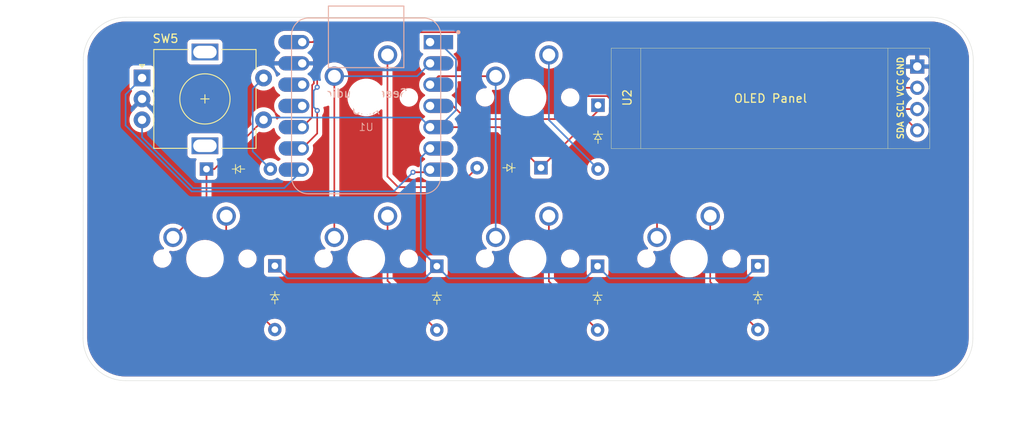
<source format=kicad_pcb>
(kicad_pcb (version 20240108) (generator "pcbnew") (generator_version "8.0")
  (layers (0 "F.Cu" signal) (31 "B.Cu" signal) (34 "B.Paste" user) (35 "F.Paste" user) (36 "B.SilkS" user "B.Silkscreen") (37 "F.SilkS" user "F.Silkscreen") (38 "B.Mask" user) (39 "F.Mask" user) (44 "Edge.Cuts" user))
  (net 0 "")
  (net 1 "GND")
  (net 3 "Row 2")
  (net 4 "Net-(D1-A)")
  (net 5 "Col 1")
  (net 6 "Encoder S2")
  (net 7 "Net-(D5-A)")
  (net 8 "Net-(D6-A)")
  (net 9 "Net-(D7-A)")
  (net 10 "Net-(D8-A)")
  (net 11 "Net-(D9-A)")
  (net 12 "Col 2")
  (net 13 "Col 3")
  (net 14 "Encoder A")
  (net 15 "Encoder B")
  (net 16 "Col 4")
  (net 18 "VCC")
  (net 19 "OLED SDA")
  (net 20 "OLED SCL")
  (footprint "UNNjbvGYPdAWwVqkcbAy:1U-Switch" (layer "F.Cu") (at 105.875 105.875)
    (property "Reference" "SW4")
    (property "Value" "SW_Push_45deg")
    (pad "" np_thru_hole circle (at -5.08 0 48.099) (size 1.7018 1.7018) (drill 1.7018) (layers "F&B.Cu" "*.Mask"))
    (pad "" np_thru_hole circle (at 0 0) (size 3.9878 3.9878) (drill 3.9878) (layers "*.Cu" "*.Mask"))
    (pad "" np_thru_hole circle (at 5.08 0 48.099) (size 1.7018 1.7018) (drill 1.7018) (layers "F&B.Cu" "*.Mask"))
    (pad "1" thru_hole circle (at -3.81 -2.54) (size 2.3 2.3) (drill 1.524) (layers "*.Cu" "B.Mask") (net 13 "Col 3"))
    (pad "2" thru_hole circle (at 2.54 -5.08) (size 2.3 2.3) (drill 1.524) (layers "*.Cu" "B.Mask") (net 9 "Net-(D7-A)"))
  )
  (footprint "UNNjbvGYPdAWwVqkcbAy:1U-Switch" (layer "F.Cu") (at 105.875 125.125)
    (property "Reference" "SW6")
    (property "Value" "SW_Push_45deg")
    (pad "" np_thru_hole circle (at -5.08 0 48.099) (size 1.7018 1.7018) (drill 1.7018) (layers "F&B.Cu" "*.Mask"))
    (pad "" np_thru_hole circle (at 0 0) (size 3.9878 3.9878) (drill 3.9878) (layers "*.Cu" "*.Mask"))
    (pad "" np_thru_hole circle (at 5.08 0 48.099) (size 1.7018 1.7018) (drill 1.7018) (layers "F&B.Cu" "*.Mask"))
    (pad "1" thru_hole circle (at -3.81 -2.54) (size 2.3 2.3) (drill 1.524) (layers "*.Cu" "B.Mask") (net 13 "Col 3"))
    (pad "2" thru_hole circle (at 2.54 -5.08) (size 2.3 2.3) (drill 1.524) (layers "*.Cu" "B.Mask") (net 10 "Net-(D8-A)"))
  )
  (footprint "Rotary_Encoder:RotaryEncoder_Alps_EC11E-Switch_Vertical_H20mm" (layer "F.Cu") (at 59.875 103.55)
    (property "Reference" "SW5" (at 2.8 -4.7 0) (layer "F.SilkS"))
    (property "Value" "RotaryEncoder_Switch")
    (fp_line (start -0.3 -1.6) (end 0.3 -1.6) (stroke (width 0.12)) (layer "F.SilkS"))
    (fp_line (start 0 -1.3) (end -0.3 -1.6) (stroke (width 0.12)) (layer "F.SilkS"))
    (fp_line (start 0.3 -1.6) (end 0 -1.3) (stroke (width 0.12)) (layer "F.SilkS"))
    (fp_line (start 1.4 -3.4) (end 1.4 8.4) (stroke (width 0.12)) (layer "F.SilkS"))
    (fp_line (start 5.5 -3.4) (end 1.4 -3.4) (stroke (width 0.12)) (layer "F.SilkS"))
    (fp_line (start 5.5 8.4) (end 1.4 8.4) (stroke (width 0.12)) (layer "F.SilkS"))
    (fp_line (start 7 2.5) (end 8 2.5) (stroke (width 0.12)) (layer "F.SilkS"))
    (fp_line (start 7.5 2) (end 7.5 3) (stroke (width 0.12)) (layer "F.SilkS"))
    (fp_line (start 9.5 -3.4) (end 13.6 -3.4) (stroke (width 0.12)) (layer "F.SilkS"))
    (fp_line (start 13.6 -3.4) (end 13.6 -1) (stroke (width 0.12)) (layer "F.SilkS"))
    (fp_line (start 13.6 1.2) (end 13.6 3.8) (stroke (width 0.12)) (layer "F.SilkS"))
    (fp_line (start 13.6 6) (end 13.6 8.4) (stroke (width 0.12)) (layer "F.SilkS"))
    (fp_line (start 13.6 8.4) (end 9.5 8.4) (stroke (width 0.12)) (layer "F.SilkS"))
    (fp_circle (center 7.5 2.5) (end 10.5 2.5) (stroke (width 0.12)) (fill none) (layer "F.SilkS"))
    (pad "A" thru_hole rect (at 0 0) (size 2 2) (drill 1) (layers "*.Cu" "*.Mask") (net 14 "Encoder A"))
    (pad "B" thru_hole circle (at 0 5) (size 2 2) (drill 1) (layers "*.Cu" "*.Mask") (net 15 "Encoder B"))
    (pad "C" thru_hole circle (at 0 2.5) (size 2 2) (drill 1) (layers "*.Cu" "*.Mask") (net 1 "GND"))
    (pad "MP" thru_hole rect (at 7.5 -3.1) (size 3.2 2) (drill oval 2.8 1.5) (layers "*.Cu" "*.Mask"))
    (pad "MP" thru_hole rect (at 7.5 8.1) (size 3.2 2) (drill oval 2.8 1.5) (layers "*.Cu" "*.Mask"))
    (pad "S1" thru_hole circle (at 14.5 5) (size 2 2) (drill 1) (layers "*.Cu" "*.Mask") (net 5 "Col 1"))
    (pad "S2" thru_hole circle (at 14.5 0) (size 2 2) (drill 1) (layers "*.Cu" "*.Mask") (net 6 "Encoder S2"))
  )
  (footprint "UNNjbvGYPdAWwVqkcbAy:Diode_DO-35" (layer "F.Cu") (at 67.564 114.427)
    (property "Reference" "D2" (hide yes))
    (property "Value" "D" (hide yes))
    (fp_line (start 3.06 0) (end 3.46 0) (stroke (width 0.1)) (layer "F.SilkS"))
    (fp_line (start 3.46 -0.55) (end 3.46 0.55) (stroke (width 0.1)) (layer "F.SilkS"))
    (fp_line (start 3.46 0) (end 4.06 -0.4) (stroke (width 0.1)) (layer "F.SilkS"))
    (fp_line (start 4.06 -0.4) (end 4.06 0.4) (stroke (width 0.1)) (layer "F.SilkS"))
    (fp_line (start 4.06 0) (end 4.56 0) (stroke (width 0.1)) (layer "F.SilkS"))
    (fp_line (start 4.06 0.4) (end 3.46 0) (stroke (width 0.1)) (layer "F.SilkS"))
    (pad "1" thru_hole rect (at 0 0) (size 1.6 1.6) (drill 0.8) (layers "*.Cu" "*.Mask") (net 5 "Col 1"))
    (pad "2" thru_hole oval (at 7.62 0) (size 1.6 1.6) (drill 0.8) (layers "*.Cu" "*.Mask") (net 6 "Encoder S2"))
  )
  (footprint "UNNjbvGYPdAWwVqkcbAy:1U-Switch" (layer "F.Cu") (at 86.625 125.125)
    (property "Reference" "SW3")
    (property "Value" "SW_Push_45deg")
    (pad "" np_thru_hole circle (at -5.08 0 48.099) (size 1.7018 1.7018) (drill 1.7018) (layers "F&B.Cu" "*.Mask"))
    (pad "" np_thru_hole circle (at 0 0) (size 3.9878 3.9878) (drill 3.9878) (layers "*.Cu" "*.Mask"))
    (pad "" np_thru_hole circle (at 5.08 0 48.099) (size 1.7018 1.7018) (drill 1.7018) (layers "F&B.Cu" "*.Mask"))
    (pad "1" thru_hole circle (at -3.81 -2.54) (size 2.3 2.3) (drill 1.524) (layers "*.Cu" "B.Mask") (net 12 "Col 2"))
    (pad "2" thru_hole circle (at 2.54 -5.08) (size 2.3 2.3) (drill 1.524) (layers "*.Cu" "B.Mask") (net 8 "Net-(D6-A)"))
  )
  (footprint "UNNjbvGYPdAWwVqkcbAy:1U-Switch" (layer "F.Cu") (at 67.375 125.125)
    (property "Reference" "SW1")
    (property "Value" "SW_Push_45deg")
    (pad "" np_thru_hole circle (at -5.08 0 48.099) (size 1.7018 1.7018) (drill 1.7018) (layers "F&B.Cu" "*.Mask"))
    (pad "" np_thru_hole circle (at 0 0) (size 3.9878 3.9878) (drill 3.9878) (layers "*.Cu" "*.Mask"))
    (pad "" np_thru_hole circle (at 5.08 0 48.099) (size 1.7018 1.7018) (drill 1.7018) (layers "F&B.Cu" "*.Mask"))
    (pad "1" thru_hole circle (at -3.81 -2.54) (size 2.3 2.3) (drill 1.524) (layers "*.Cu" "B.Mask") (net 5 "Col 1"))
    (pad "2" thru_hole circle (at 2.54 -5.08) (size 2.3 2.3) (drill 1.524) (layers "*.Cu" "B.Mask") (net 4 "Net-(D1-A)"))
  )
  (footprint "UNNjbvGYPdAWwVqkcbAy:Diode_DO-35" (layer "F.Cu") (at 95.0468 126.0348 -90)
    (property "Reference" "D6" (hide yes))
    (property "Value" "D" (hide yes))
    (fp_line (start 4.06 0.4) (end 3.46 0) (stroke (width 0.1)) (layer "F.SilkS"))
    (fp_line (start 3.06 0) (end 3.46 0) (stroke (width 0.1)) (layer "F.SilkS"))
    (fp_line (start 3.46 0) (end 4.06 -0.4) (stroke (width 0.1)) (layer "F.SilkS"))
    (fp_line (start 4.06 0) (end 4.56 0) (stroke (width 0.1)) (layer "F.SilkS"))
    (fp_line (start 4.06 -0.4) (end 4.06 0.4) (stroke (width 0.1)) (layer "F.SilkS"))
    (fp_line (start 3.46 -0.55) (end 3.46 0.55) (stroke (width 0.1)) (layer "F.SilkS"))
    (pad "1" thru_hole rect (at 0 0 270) (size 1.6 1.6) (drill 0.8) (layers "*.Cu" "*.Mask") (net 3 "Row 2"))
    (pad "2" thru_hole oval (at 7.62 0 270) (size 1.6 1.6) (drill 0.8) (layers "*.Cu" "*.Mask") (net 8 "Net-(D6-A)"))
  )
  (footprint "UNNjbvGYPdAWwVqkcbAy:Diode_DO-35" (layer "F.Cu") (at 114.2238 126.0348 -90)
    (property "Reference" "D8" (hide yes))
    (property "Value" "D" (hide yes))
    (fp_line (start 4.06 0.4) (end 3.46 0) (stroke (width 0.1)) (layer "F.SilkS"))
    (fp_line (start 3.06 0) (end 3.46 0) (stroke (width 0.1)) (layer "F.SilkS"))
    (fp_line (start 3.46 0) (end 4.06 -0.4) (stroke (width 0.1)) (layer "F.SilkS"))
    (fp_line (start 4.06 0) (end 4.56 0) (stroke (width 0.1)) (layer "F.SilkS"))
    (fp_line (start 4.06 -0.4) (end 4.06 0.4) (stroke (width 0.1)) (layer "F.SilkS"))
    (fp_line (start 3.46 -0.55) (end 3.46 0.55) (stroke (width 0.1)) (layer "F.SilkS"))
    (pad "1" thru_hole rect (at 0 0 270) (size 1.6 1.6) (drill 0.8) (layers "*.Cu" "*.Mask") (net 3 "Row 2"))
    (pad "2" thru_hole oval (at 7.62 0 270) (size 1.6 1.6) (drill 0.8) (layers "*.Cu" "*.Mask") (net 10 "Net-(D8-A)"))
  )
  (footprint "UNNjbvGYPdAWwVqkcbAy:Diode_DO-35" (layer "F.Cu") (at 133.35 125.984 -90)
    (property "Reference" "D9" (hide yes))
    (property "Value" "D" (hide yes))
    (fp_line (start 4.06 0.4) (end 3.46 0) (stroke (width 0.1)) (layer "F.SilkS"))
    (fp_line (start 3.06 0) (end 3.46 0) (stroke (width 0.1)) (layer "F.SilkS"))
    (fp_line (start 3.46 0) (end 4.06 -0.4) (stroke (width 0.1)) (layer "F.SilkS"))
    (fp_line (start 4.06 0) (end 4.56 0) (stroke (width 0.1)) (layer "F.SilkS"))
    (fp_line (start 4.06 -0.4) (end 4.06 0.4) (stroke (width 0.1)) (layer "F.SilkS"))
    (fp_line (start 3.46 -0.55) (end 3.46 0.55) (stroke (width 0.1)) (layer "F.SilkS"))
    (pad "1" thru_hole rect (at 0 0 270) (size 1.6 1.6) (drill 0.8) (layers "*.Cu" "*.Mask") (net 3 "Row 2"))
    (pad "2" thru_hole oval (at 7.62 0 270) (size 1.6 1.6) (drill 0.8) (layers "*.Cu" "*.Mask") (net 11 "Net-(D9-A)"))
  )
  (footprint "UNNjbvGYPdAWwVqkcbAy:1U-Switch" (layer "F.Cu") (at 86.625 105.875)
    (property "Reference" "SW2")
    (property "Value" "SW_Push_45deg")
    (pad "" np_thru_hole circle (at -5.08 0 48.099) (size 1.7018 1.7018) (drill 1.7018) (layers "F&B.Cu" "*.Mask"))
    (pad "" np_thru_hole circle (at 0 0) (size 3.9878 3.9878) (drill 3.9878) (layers "*.Cu" "*.Mask"))
    (pad "" np_thru_hole circle (at 5.08 0 48.099) (size 1.7018 1.7018) (drill 1.7018) (layers "F&B.Cu" "*.Mask"))
    (pad "1" thru_hole circle (at -3.81 -2.54) (size 2.3 2.3) (drill 1.524) (layers "*.Cu" "B.Mask") (net 12 "Col 2"))
    (pad "2" thru_hole circle (at 2.54 -5.08) (size 2.3 2.3) (drill 1.524) (layers "*.Cu" "B.Mask") (net 7 "Net-(D5-A)"))
  )
  (footprint "UNNjbvGYPdAWwVqkcbAy:Diode_DO-35" (layer "F.Cu") (at 114.2746 106.807 -90)
    (property "Reference" "D7" (hide yes))
    (property "Value" "D" (hide yes))
    (fp_line (start 4.06 0.4) (end 3.46 0) (stroke (width 0.1)) (layer "F.SilkS"))
    (fp_line (start 3.06 0) (end 3.46 0) (stroke (width 0.1)) (layer "F.SilkS"))
    (fp_line (start 3.46 0) (end 4.06 -0.4) (stroke (width 0.1)) (layer "F.SilkS"))
    (fp_line (start 4.06 0) (end 4.56 0) (stroke (width 0.1)) (layer "F.SilkS"))
    (fp_line (start 4.06 -0.4) (end 4.06 0.4) (stroke (width 0.1)) (layer "F.SilkS"))
    (fp_line (start 3.46 -0.55) (end 3.46 0.55) (stroke (width 0.1)) (layer "F.SilkS"))
    (pad "1" thru_hole rect (at 0 0 270) (size 1.6 1.6) (drill 0.8) (layers "*.Cu" "*.Mask") (net 5 "Col 1"))
    (pad "2" thru_hole oval (at 7.62 0 270) (size 1.6 1.6) (drill 0.8) (layers "*.Cu" "*.Mask") (net 9 "Net-(D7-A)"))
  )
  (footprint "UNNjbvGYPdAWwVqkcbAy:Diode_DO-35" (layer "F.Cu") (at 107.4674 114.2746 180)
    (property "Reference" "D5" (hide yes))
    (property "Value" "D" (hide yes))
    (fp_line (start 4.06 0.4) (end 3.46 0) (stroke (width 0.1)) (layer "F.SilkS"))
    (fp_line (start 4.06 0) (end 4.56 0) (stroke (width 0.1)) (layer "F.SilkS"))
    (fp_line (start 4.06 -0.4) (end 4.06 0.4) (stroke (width 0.1)) (layer "F.SilkS"))
    (fp_line (start 3.46 0) (end 4.06 -0.4) (stroke (width 0.1)) (layer "F.SilkS"))
    (fp_line (start 3.46 -0.55) (end 3.46 0.55) (stroke (width 0.1)) (layer "F.SilkS"))
    (fp_line (start 3.06 0) (end 3.46 0) (stroke (width 0.1)) (layer "F.SilkS"))
    (pad "1" thru_hole rect (at 0 0 180) (size 1.6 1.6) (drill 0.8) (layers "*.Cu" "*.Mask") (net 5 "Col 1"))
    (pad "2" thru_hole oval (at 7.62 0 180) (size 1.6 1.6) (drill 0.8) (layers "*.Cu" "*.Mask") (net 7 "Net-(D5-A)"))
  )
  (footprint "UNNjbvGYPdAWwVqkcbAy:1U-Switch" (layer "F.Cu") (at 125.125 125.125)
    (property "Reference" "SW7")
    (property "Value" "SW_Push_45deg")
    (pad "" np_thru_hole circle (at -5.08 0 48.099) (size 1.7018 1.7018) (drill 1.7018) (layers "F&B.Cu" "*.Mask"))
    (pad "" np_thru_hole circle (at 0 0) (size 3.9878 3.9878) (drill 3.9878) (layers "*.Cu" "*.Mask"))
    (pad "" np_thru_hole circle (at 5.08 0 48.099) (size 1.7018 1.7018) (drill 1.7018) (layers "F&B.Cu" "*.Mask"))
    (pad "1" thru_hole circle (at -3.81 -2.54) (size 2.3 2.3) (drill 1.524) (layers "*.Cu" "B.Mask") (net 16 "Col 4"))
    (pad "2" thru_hole circle (at 2.54 -5.08) (size 2.3 2.3) (drill 1.524) (layers "*.Cu" "B.Mask") (net 11 "Net-(D9-A)"))
  )
  (footprint "UNNjbvGYPdAWwVqkcbAy:SSD1306-0.91-OLED-4pin-128x32" (layer "F.Cu") (at 115.865 99.99)
    (property "Reference" "U2" (at 1.9 5.91 90) (layer "F.SilkS"))
    (property "Value" "DM-OLED096-636")
    (fp_line (start 0 0) (end 0 12) (stroke (width 0.04)) (layer "F.SilkS"))
    (fp_line (start 0 12) (end 38 12) (stroke (width 0.04)) (layer "F.SilkS"))
    (fp_line (start 3.5 0) (end 3.5 12) (stroke (width 0.04)) (layer "F.SilkS"))
    (fp_line (start 33 0) (end 33 12) (stroke (width 0.04)) (layer "F.SilkS"))
    (fp_line (start 38 0) (end 0 0) (stroke (width 0.04)) (layer "F.SilkS"))
    (fp_line (start 38 12) (end 38 0) (stroke (width 0.04)) (layer "F.SilkS"))
    (fp_text user "VCC" (at 34.5 4.73 -90) (layer "F.SilkS") (effects (font (size 0.75 0.75))))
    (fp_text user "OLED Panel" (at 19 6 0) (layer "F.SilkS"))
    (fp_text user "GND" (at 34.5 2.19 -90) (layer "F.SilkS") (effects (font (size 0.75 0.75))))
    (fp_text user "SDA" (at 34.5 9.81 -90) (layer "F.SilkS") (effects (font (size 0.75 0.75))))
    (fp_text user "SCL" (at 34.5 7.27 -90) (layer "F.SilkS") (effects (font (size 0.75 0.75))))
    (pad "1" thru_hole rect (at 36.5 2.19) (size 1.7 1.7) (drill 1) (layers "*.Cu" "*.Mask") (net 1 "GND"))
    (pad "2" thru_hole oval (at 36.5 4.73) (size 1.7 1.7) (drill 1) (layers "*.Cu" "*.Mask") (net 18 "VCC"))
    (pad "3" thru_hole oval (at 36.5 7.27) (size 1.7 1.7) (drill 1) (layers "*.Cu" "*.Mask") (net 20 "OLED SCL"))
    (pad "4" thru_hole oval (at 36.5 9.81) (size 1.7 1.7) (drill 1) (layers "*.Cu" "*.Mask") (net 19 "OLED SDA"))
  )
  (footprint "UNNjbvGYPdAWwVqkcbAy:Diode_DO-35" (layer "F.Cu") (at 75.7174 125.984 -90)
    (property "Reference" "D1" (hide yes))
    (property "Value" "D" (hide yes))
    (fp_line (start 4.06 0.4) (end 3.46 0) (stroke (width 0.1)) (layer "F.SilkS"))
    (fp_line (start 3.06 0) (end 3.46 0) (stroke (width 0.1)) (layer "F.SilkS"))
    (fp_line (start 3.46 0) (end 4.06 -0.4) (stroke (width 0.1)) (layer "F.SilkS"))
    (fp_line (start 4.06 0) (end 4.56 0) (stroke (width 0.1)) (layer "F.SilkS"))
    (fp_line (start 4.06 -0.4) (end 4.06 0.4) (stroke (width 0.1)) (layer "F.SilkS"))
    (fp_line (start 3.46 -0.55) (end 3.46 0.55) (stroke (width 0.1)) (layer "F.SilkS"))
    (pad "1" thru_hole rect (at 0 0 270) (size 1.6 1.6) (drill 0.8) (layers "*.Cu" "*.Mask") (net 3 "Row 2"))
    (pad "2" thru_hole oval (at 7.62 0 270) (size 1.6 1.6) (drill 0.8) (layers "*.Cu" "*.Mask") (net 4 "Net-(D1-A)"))
  )
  (footprint "UNNjbvGYPdAWwVqkcbAy:XIAO" (layer "B.Cu") (at 86.609 106.8832 180)
    (property "Reference" "U1" (at 0 -2.54 0) (layer "B.SilkS") (effects (font (size 0.889 0.889) (thickness 0.1016)) (justify mirror)))
    (property "Value" "MOUDLE-SEEEDUINO-XIAO" (hide yes))
    (fp_line (start 8.9 8.5) (end 8.9 -8.5) (stroke (width 0.127)) (layer "B.SilkS"))
    (fp_line (start 6.9 -10.5) (end -6.9 -10.5) (stroke (width 0.127)) (layer "B.SilkS"))
    (fp_line (start 4.5 11.92403) (end -4.5 11.92403) (stroke (width 0.127)) (layer "B.SilkS"))
    (fp_line (start 4.5 4.57073) (end 4.5 11.92403) (stroke (width 0.127)) (layer "B.SilkS"))
    (fp_line (start -4.5 11.92403) (end -4.5 4.57073) (stroke (width 0.127)) (layer "B.SilkS"))
    (fp_line (start -4.5 4.57073) (end 4.5 4.57073) (stroke (width 0.127)) (layer "B.SilkS"))
    (fp_line (start -6.9 10.49909) (end 6.9 10.49909) (stroke (width 0.127)) (layer "B.SilkS"))
    (fp_line (start -8.9 -8.5) (end -8.9 8.5) (stroke (width 0.127)) (layer "B.SilkS"))
    (fp_arc (start 8.9 8.5) (mid 8.301492 9.901492) (end 6.9 10.5) (stroke (width 0.12)) (layer "B.SilkS"))
    (fp_arc (start 6.9 -10.5) (mid 8.314214 -9.914214) (end 8.9 -8.5) (stroke (width 0.12)) (layer "B.SilkS"))
    (fp_arc (start -6.9 10.5) (mid -8.301491 9.901491) (end -8.9 8.5) (stroke (width 0.12)) (layer "B.SilkS"))
    (fp_arc (start -8.9 -8.5) (mid -8.301423 -9.901423) (end -6.9 -10.5) (stroke (width 0.12)) (layer "B.SilkS"))
    (fp_circle (center -11 8.8) (end -11 9.054) (fill solid) (layer "B.SilkS"))
    (fp_poly (pts (xy -8.887715 8.561705) (xy -8.884667 8.610473) (xy -8.880603 8.659494)) (stroke (width 0.0254)) (fill none) (layer "B.SilkS"))
    (fp_poly (pts (xy 8.889492 -8.521574) (xy 8.887713 -8.57085) (xy 8.884665 -8.619618) (xy 8.880601 -8.668639) (xy 8.875268 -8.717407) (xy 8.868664 -8.766175) (xy 8.861044 -8.81469) (xy 8.852153 -8.86295) (xy 8.842248 -8.910955)) (stroke (width 0.0254)) (fill none) (layer "B.SilkS"))
    (fp_text user "Seeed Studio" (at 0 1.5 0) (layer "B.SilkS") (effects (justify mirror)))
    (fp_text user "XIAO" (at 0 -0.5 0) (layer "B.SilkS") (effects (justify mirror)))
    (pad "1" thru_hole rect (at -7.625 7.62 180) (size 3.5 1.7) (drill 1 (offset -1 0)) (layers "*.Cu" "*.Mask") (net 5 "Col 1"))
    (pad "2" thru_hole oval (at -7.625 5.08 180) (size 3.6 1.7) (drill 1 (offset -1 0)) (layers "*.Cu" "*.Mask") (net 12 "Col 2"))
    (pad "3" thru_hole oval (at -7.625 2.54 180) (size 3.6 1.7) (drill 1 (offset -1 0)) (layers "*.Cu" "*.Mask") (net 13 "Col 3"))
    (pad "4" thru_hole oval (at -7.625 0 180) (size 3.6 1.7) (drill 1 (offset -1 0)) (layers "*.Cu" "*.Mask") (net 16 "Col 4"))
    (pad "5" thru_hole oval (at -7.625 -2.54 180) (size 3.6 1.7) (drill 1 (offset -1 0)) (layers "*.Cu" "*.Mask") (net 5 "Col 1"))
    (pad "6" thru_hole oval (at -7.625 -5.08) (size 3.6 1.7) (drill 1 (offset 1 0)) (layers "*.Cu" "*.Mask") (net 3 "Row 2"))
    (pad "7" thru_hole oval (at -7.625 -7.62 180) (size 3.6 1.7) (drill 1 (offset -1 0)) (layers "*.Cu" "*.Mask") (net 14 "Encoder A"))
    (pad "8" thru_hole oval (at 7.625 -7.62 180) (size 3.6 1.7) (drill 1 (offset 1 0)) (layers "*.Cu" "*.Mask") (net 15 "Encoder B"))
    (pad "9" thru_hole oval (at 7.625 -5.08 180) (size 3.6 1.7) (drill 1 (offset 1 0)) (layers "*.Cu" "*.Mask") (net 19 "OLED SDA"))
    (pad "10" thru_hole oval (at 7.625 -2.54 180) (size 3.6 1.7) (drill 1 (offset 1 0)) (layers "*.Cu" "*.Mask") (net 20 "OLED SCL"))
    (pad "11" thru_hole oval (at 7.625 0 180) (size 3.7 1.7) (drill 1 (offset 1 0)) (layers "*.Cu" "*.Mask"))
    (pad "12" thru_hole oval (at 7.625 2.54 180) (size 3.7 1.7) (drill 1 (offset 1 0)) (layers "*.Cu" "*.Mask"))
    (pad "13" thru_hole oval (at 7.625 5.08 180) (size 3.7 1.7) (drill 1 (offset 1 0)) (layers "*.Cu" "*.Mask") (net 1 "GND"))
    (pad "14" thru_hole oval (at 7.625 7.62 180) (size 3.7 1.7) (drill 1 (offset 1 0)) (layers "*.Cu" "*.Mask") (net 18 "VCC"))
  )
  (gr_line (start 57.948102 96.302102) (end 153.960102 96.302102) (stroke (width 0.05)) (layer "Edge.Cuts"))
  (gr_line (start 159.040102 101.382102) (end 159.004 134.62) (stroke (width 0.05)) (layer "Edge.Cuts"))
  (gr_line (start 52.832 134.62) (end 52.868102 101.382102) (stroke (width 0.05)) (layer "Edge.Cuts"))
  (gr_arc (start 159.004 134.62) (mid 157.516102 138.212102) (end 153.924 139.7) (stroke (width 0.05)) (layer "Edge.Cuts"))
  (gr_arc (start 57.912 139.7) (mid 54.319898 138.212102) (end 52.832 134.62) (stroke (width 0.05)) (layer "Edge.Cuts"))
  (gr_line (start 153.924 139.7) (end 57.912 139.7) (stroke (width 0.05)) (layer "Edge.Cuts"))
  (gr_arc (start 52.868102 101.382102) (mid 54.356 97.79) (end 57.948102 96.302102) (stroke (width 0.05)) (layer "Edge.Cuts"))
  (gr_arc (start 153.960102 96.302102) (mid 157.552204 97.79) (end 159.040102 101.382102) (stroke (width 0.05)) (layer "Edge.Cuts"))
  (segment (start 96.4809 127.4689) (end 95.0468 126.0348) (width 0.2) (layer "B.Cu") (net 3))
  (segment (start 133.35 125.984) (end 131.8651 127.4689) (width 0.2) (layer "B.Cu") (net 3))
  (segment (start 93.134 124.122) (end 93.134 113.0632) (width 0.2) (layer "B.Cu") (net 3))
  (segment (start 77.2023 127.4689) (end 75.7174 125.984) (width 0.2) (layer "B.Cu") (net 3))
  (segment (start 115.6579 127.4689) (end 114.2238 126.0348) (width 0.2) (layer "B.Cu") (net 3))
  (segment (start 95.0468 126.0348) (end 93.134 124.122) (width 0.2) (layer "B.Cu") (net 3))
  (segment (start 93.6127 127.4689) (end 77.2023 127.4689) (width 0.2) (layer "B.Cu") (net 3))
  (segment (start 114.2238 126.0348) (end 112.7897 127.4689) (width 0.2) (layer "B.Cu") (net 3))
  (segment (start 112.7897 127.4689) (end 96.4809 127.4689) (width 0.2) (layer "B.Cu") (net 3))
  (segment (start 93.134 113.0632) (end 94.234 111.9632) (width 0.2) (layer "B.Cu") (net 3))
  (segment (start 95.0468 126.0348) (end 93.6127 127.4689) (width 0.2) (layer "B.Cu") (net 3))
  (segment (start 131.8651 127.4689) (end 115.6579 127.4689) (width 0.2) (layer "B.Cu") (net 3))
  (segment (start 69.915 120.045) (end 69.915 127.8016) (width 0.2) (layer "F.Cu") (net 4))
  (segment (start 69.915 127.8016) (end 75.7174 133.604) (width 0.2) (layer "F.Cu") (net 4))
  (segment (start 114.2746 106.807) (end 114.2746 107.4674) (width 0.2) (layer "F.Cu") (net 5))
  (segment (start 114.2746 107.4674) (end 107.4674 114.2746) (width 0.2) (layer "F.Cu") (net 5))
  (segment (start 107.4166 114.2746) (end 102.5652 109.4232) (width 0.2) (layer "F.Cu") (net 5))
  (segment (start 68.498 114.427) (end 67.564 114.427) (width 0.2) (layer "F.Cu") (net 5))
  (segment (start 74.375 108.55) (end 68.498 114.427) (width 0.2) (layer "F.Cu") (net 5))
  (segment (start 102.5652 109.4232) (end 94.234 109.4232) (width 0.2) (layer "F.Cu") (net 5))
  (segment (start 107.4674 114.2746) (end 107.4166 114.2746) (width 0.2) (layer "F.Cu") (net 5))
  (segment (start 67.564 114.427) (end 67.564 118.586) (width 0.2) (layer "F.Cu") (net 5))
  (segment (start 67.564 118.586) (end 63.565 122.585) (width 0.2) (layer "F.Cu") (net 5))
  (segment (start 95.3008 109.4232) (end 94.234 109.4232) (width 0.2) (layer "B.Cu") (net 5))
  (segment (start 97.334 107.39) (end 95.3008 109.4232) (width 0.2) (layer "B.Cu") (net 5))
  (segment (start 74.6518 108.2732) (end 93.084 108.2732) (width 0.2) (layer "B.Cu") (net 5))
  (segment (start 94.234 99.2632) (end 95.270346 99.2632) (width 0.2) (layer "B.Cu") (net 5))
  (segment (start 93.084 108.2732) (end 94.234 109.4232) (width 0.2) (layer "B.Cu") (net 5))
  (segment (start 95.270346 99.2632) (end 97.334 101.326854) (width 0.2) (layer "B.Cu") (net 5))
  (segment (start 97.334 101.326854) (end 97.334 107.39) (width 0.2) (layer "B.Cu") (net 5))
  (segment (start 74.375 108.55) (end 74.6518 108.2732) (width 0.2) (layer "B.Cu") (net 5))
  (segment (start 73.075 112.318) (end 73.075 104.85) (width 0.2) (layer "B.Cu") (net 6))
  (segment (start 75.184 114.427) (end 73.075 112.318) (width 0.2) (layer "B.Cu") (net 6))
  (segment (start 73.075 104.85) (end 74.375 103.55) (width 0.2) (layer "B.Cu") (net 6))
  (segment (start 89.154 115.316) (end 90.424 116.586) (width 0.2) (layer "F.Cu") (net 7))
  (segment (start 89.165 100.795) (end 89.154 100.806) (width 0.2) (layer "F.Cu") (net 7))
  (segment (start 90.424 116.586) (end 97.536 116.586) (width 0.2) (layer "F.Cu") (net 7))
  (segment (start 89.154 100.806) (end 89.154 115.316) (width 0.2) (layer "F.Cu") (net 7))
  (segment (start 97.536 116.586) (end 99.8474 114.2746) (width 0.2) (layer "F.Cu") (net 7))
  (segment (start 89.165 120.045) (end 89.165 127.773) (width 0.2) (layer "F.Cu") (net 8))
  (segment (start 89.165 127.773) (end 95.0468 133.6548) (width 0.2) (layer "F.Cu") (net 8))
  (segment (start 108.415 108.5674) (end 114.2746 114.427) (width 0.2) (layer "B.Cu") (net 9))
  (segment (start 108.415 100.795) (end 108.415 108.5674) (width 0.2) (layer "B.Cu") (net 9))
  (segment (start 108.415 127.846) (end 114.2238 133.6548) (width 0.2) (layer "F.Cu") (net 10))
  (segment (start 108.415 120.045) (end 108.415 127.846) (width 0.2) (layer "F.Cu") (net 10))
  (segment (start 133.35 133.604) (end 127.665 127.919) (width 0.2) (layer "F.Cu") (net 11))
  (segment (start 127.665 127.919) (end 127.665 120.045) (width 0.2) (layer "F.Cu") (net 11))
  (segment (start 82.815 103.335) (end 82.815 122.585) (width 0.2) (layer "F.Cu") (net 12))
  (segment (start 82.815 103.335) (end 92.7022 103.335) (width 0.2) (layer "B.Cu") (net 12))
  (segment (start 92.7022 103.335) (end 94.234 101.8032) (width 0.2) (layer "B.Cu") (net 12))
  (segment (start 95.2422 103.335) (end 102.065 103.335) (width 0.2) (layer "F.Cu") (net 13))
  (segment (start 94.234 104.3432) (end 95.2422 103.335) (width 0.2) (layer "F.Cu") (net 13))
  (segment (start 102.065 103.335) (end 102.065 122.585) (width 0.2) (layer "B.Cu") (net 13))
  (segment (start 93.9292 114.808) (end 94.234 114.5032) (width 0.2) (layer "F.Cu") (net 14))
  (segment (start 92.202 114.808) (end 93.9292 114.808) (width 0.2) (layer "F.Cu") (net 14))
  (via (at 92.202 114.808) (size 0.6) (drill 0.3) (layers "F.Cu" "B.Cu") (net 14))
  (segment (start 65.786 117.094) (end 89.916 117.094) (width 0.2) (layer "B.Cu") (net 14))
  (segment (start 89.916 117.094) (end 92.202 114.808) (width 0.2) (layer "B.Cu") (net 14))
  (segment (start 57.912 105.513) (end 57.912 109.22) (width 0.2) (layer "B.Cu") (net 14))
  (segment (start 59.875 103.55) (end 57.912 105.513) (width 0.2) (layer "B.Cu") (net 14))
  (segment (start 57.912 109.22) (end 65.786 117.094) (width 0.2) (layer "B.Cu") (net 14))
  (segment (start 59.875 110.617314) (end 65.951686 116.694) (width 0.2) (layer "B.Cu") (net 15))
  (segment (start 78.984 114.564) (end 78.984 114.5032) (width 0.2) (layer "B.Cu") (net 15))
  (segment (start 76.854 116.694) (end 78.984 114.564) (width 0.2) (layer "B.Cu") (net 15))
  (segment (start 59.875 108.55) (end 59.875 110.617314) (width 0.2) (layer "B.Cu") (net 15))
  (segment (start 65.951686 116.694) (end 76.854 116.694) (width 0.2) (layer "B.Cu") (net 15))
  (segment (start 115.3746 105.707) (end 112.821329 105.707) (width 0.2) (layer "F.Cu") (net 16))
  (segment (start 121.315 122.585) (end 121.315 111.6474) (width 0.2) (layer "F.Cu") (net 16))
  (segment (start 110.070329 108.458) (end 98.552 108.458) (width 0.2) (layer "F.Cu") (net 16))
  (segment (start 98.552 108.458) (end 96.9772 106.8832) (width 0.2) (layer "F.Cu") (net 16))
  (segment (start 112.821329 105.707) (end 110.070329 108.458) (width 0.2) (layer "F.Cu") (net 16))
  (segment (start 96.9772 106.8832) (end 94.234 106.8832) (width 0.2) (layer "F.Cu") (net 16))
  (segment (start 121.315 111.6474) (end 115.3746 105.707) (width 0.2) (layer "F.Cu") (net 16))
  (segment (start 152.365 104.72) (end 148.416372 104.72) (width 0.2) (layer "F.Cu") (net 18))
  (segment (start 80.257114 99.2632) (end 78.984 99.2632) (width 0.2) (layer "F.Cu") (net 18))
  (segment (start 140.978372 97.282) (end 82.238314 97.282) (width 0.2) (layer "F.Cu") (net 18))
  (segment (start 148.416372 104.72) (end 140.978372 97.282) (width 0.2) (layer "F.Cu") (net 18))
  (segment (start 82.238314 97.282) (end 80.257114 99.2632) (width 0.2) (layer "F.Cu") (net 18))
  (segment (start 140.647 98.082) (end 82.569686 98.082) (width 0.2) (layer "F.Cu") (net 19))
  (segment (start 80.772 99.879686) (end 80.772 104.648) (width 0.2) (layer "F.Cu") (net 19))
  (segment (start 80.772 110.1752) (end 78.984 111.9632) (width 0.2) (layer "F.Cu") (net 19))
  (segment (start 152.365 109.8) (end 140.647 98.082) (width 0.2) (layer "F.Cu") (net 19))
  (segment (start 82.569686 98.082) (end 80.772 99.879686) (width 0.2) (layer "F.Cu") (net 19))
  (segment (start 80.772 107.442) (end 80.772 110.1752) (width 0.2) (layer "F.Cu") (net 19))
  (via (at 80.772 107.442) (size 0.6) (drill 0.3) (layers "F.Cu" "B.Cu") (net 19))
  (via (at 80.772 104.648) (size 0.6) (drill 0.3) (layers "F.Cu" "B.Cu") (net 19))
  (segment (start 80.3441 105.0759) (end 80.3441 107.0141) (width 0.2) (layer "B.Cu") (net 19))
  (segment (start 80.772 104.648) (end 80.3441 105.0759) (width 0.2) (layer "B.Cu") (net 19))
  (segment (start 80.3441 107.0141) (end 80.772 107.442) (width 0.2) (layer "B.Cu") (net 19))
  (segment (start 80.372 99.714) (end 80.372 104.199471) (width 0.2) (layer "F.Cu") (net 20))
  (segment (start 80.172 108.2352) (end 78.984 109.4232) (width 0.2) (layer "F.Cu") (net 20))
  (segment (start 152.365 107.26) (end 150.390686 107.26) (width 0.2) (layer "F.Cu") (net 20))
  (segment (start 82.404 97.682) (end 80.372 99.714) (width 0.2) (layer "F.Cu") (net 20))
  (segment (start 80.172 104.399471) (end 80.172 108.2352) (width 0.2) (layer "F.Cu") (net 20))
  (segment (start 80.372 104.199471) (end 80.172 104.399471) (width 0.2) (layer "F.Cu") (net 20))
  (segment (start 150.390686 107.26) (end 140.812686 97.682) (width 0.2) (layer "F.Cu") (net 20))
  (segment (start 140.812686 97.682) (end 82.404 97.682) (width 0.2) (layer "F.Cu") (net 20))
  (zone (net 1) (net_name "GND") (layers "F&B.Cu") (connect_pads (clearance 0.5)) (min_thickness 0.25) (fill yes (thermal_gap 0.5) (thermal_bridge_width 0.5))
    (polygon (pts (xy 49.53 94.488) (xy 165.1 94.488) (xy 162.306 143.002) (xy 42.926 146.05) (xy 49.53 94.234)))
  )
)
</source>
